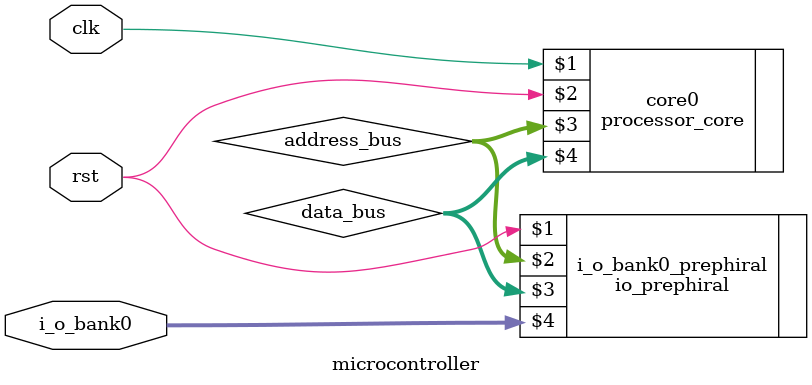
<source format=v>
module microcontroller
#(parameter i_o_pins 			= 8,
				address_word_size = 16,
				data_word_size		= 8)
(
	input clk,
	input rst,
	inout [i_o_pins-1:0]i_o_bank0
);

wire [address_word_size-1:0]address_bus;
wire [data_word_size-1:0]data_bus;

processor_core core0(
	clk,
	rst,
	address_bus,
	data_bus
);

io_prephiral #(address_word_size,data_word_size,16'h02) i_o_bank0_prephiral
(
	rst,
	address_bus,
	data_bus,
	i_o_bank0
);
endmodule
</source>
